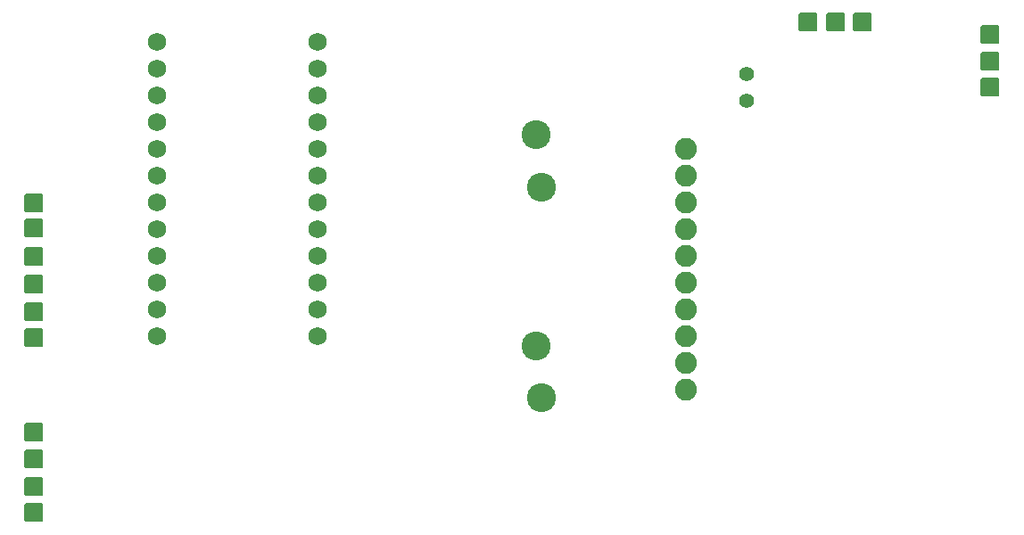
<source format=gts>
G04 Layer: TopSolderMaskLayer*
G04 EasyEDA v6.5.34, 2023-08-17 23:02:58*
G04 5a32774511aa48568c4b3b3a5df32718,8ef1d5b344d144c2b0b16805c6f0e890,10*
G04 Gerber Generator version 0.2*
G04 Scale: 100 percent, Rotated: No, Reflected: No *
G04 Dimensions in millimeters *
G04 leading zeros omitted , absolute positions ,4 integer and 5 decimal *
%FSLAX45Y45*%
%MOMM*%

%AMMACRO1*1,1,$1,$2,$3*1,1,$1,$4,$5*1,1,$1,0-$2,0-$3*1,1,$1,0-$4,0-$5*20,1,$1,$2,$3,$4,$5,0*20,1,$1,$4,$5,0-$2,0-$3,0*20,1,$1,0-$2,0-$3,0-$4,0-$5,0*20,1,$1,0-$4,0-$5,$2,$3,0*4,1,4,$2,$3,$4,$5,0-$2,0-$3,0-$4,0-$5,$2,$3,0*%
%ADD10C,1.3970*%
%ADD11MACRO1,0.2032X0.7874X0.7874X0.7874X-0.7874*%
%ADD12C,2.0828*%
%ADD13C,1.7272*%
%ADD14C,2.7432*%

%LPD*%
D10*
G01*
X7000011Y4426991D03*
G01*
X7000011Y4172991D03*
D11*
G01*
X230123Y2169922D03*
G01*
X230123Y2690114D03*
G01*
X230123Y1919985D03*
G01*
X230123Y2430018D03*
G01*
X230123Y2959861D03*
G01*
X230123Y3199892D03*
G01*
X230123Y1020064D03*
G01*
X230123Y510031D03*
G01*
X230123Y260096D03*
D12*
G01*
X6422390Y3717594D03*
G01*
X6422390Y3463594D03*
G01*
X6422390Y3209594D03*
G01*
X6422390Y2955594D03*
G01*
X6422390Y2701594D03*
G01*
X6422390Y2447594D03*
G01*
X6422390Y2193594D03*
G01*
X6422390Y1939594D03*
G01*
X6422390Y1685594D03*
G01*
X6422390Y1431594D03*
D11*
G01*
X9309989Y4299991D03*
G01*
X7839989Y4920005D03*
G01*
X8100009Y4920005D03*
G01*
X7579994Y4920005D03*
G01*
X9309989Y4550003D03*
G01*
X9309989Y4799990D03*
D13*
G01*
X1399997Y4729987D03*
G01*
X1399997Y4475987D03*
G01*
X1399997Y4221987D03*
G01*
X1399997Y3967987D03*
G01*
X1399997Y3713987D03*
G01*
X1399997Y3459987D03*
G01*
X1399997Y3205987D03*
G01*
X1399997Y2951987D03*
G01*
X1399997Y2697987D03*
G01*
X1399997Y2443987D03*
G01*
X1399997Y2189987D03*
G01*
X1399997Y1935987D03*
G01*
X2923997Y1935987D03*
G01*
X2923997Y2189987D03*
G01*
X2923997Y2443987D03*
G01*
X2923997Y2697987D03*
G01*
X2923997Y2951987D03*
G01*
X2923997Y3205987D03*
G01*
X2923997Y3459987D03*
G01*
X2923997Y3713987D03*
G01*
X2923997Y3967987D03*
G01*
X2923997Y4221987D03*
G01*
X2923997Y4475987D03*
G01*
X2923997Y4729987D03*
D11*
G01*
X229997Y770001D03*
D14*
G01*
X4998770Y1848916D03*
G01*
X5049570Y1351076D03*
G01*
X4998770Y3848912D03*
G01*
X5049570Y3351072D03*
M02*

</source>
